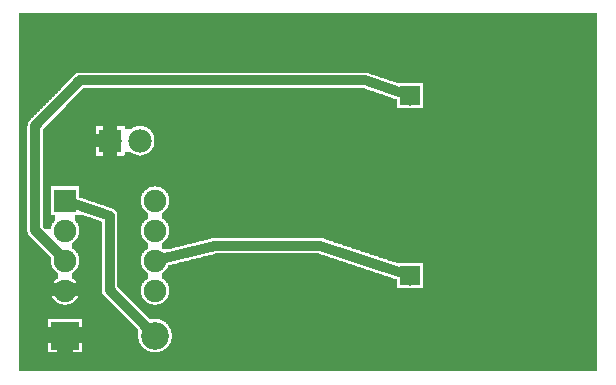
<source format=gbl>
G04 MADE WITH FRITZING*
G04 WWW.FRITZING.ORG*
G04 DOUBLE SIDED*
G04 HOLES PLATED*
G04 CONTOUR ON CENTER OF CONTOUR VECTOR*
%ASAXBY*%
%FSLAX23Y23*%
%MOIN*%
%OFA0B0*%
%SFA1.0B1.0*%
%ADD10C,0.075000*%
%ADD11C,0.092000*%
%ADD12C,0.078000*%
%ADD13C,0.065000*%
%ADD14R,0.075000X0.075000*%
%ADD15R,0.092000X0.092000*%
%ADD16R,0.078000X0.078000*%
%ADD17C,0.032000*%
%ADD18R,0.001000X0.001000*%
%LNCOPPER0*%
G90*
G70*
G54D10*
X123Y1158D03*
X192Y608D03*
X492Y608D03*
X192Y508D03*
X492Y508D03*
X192Y408D03*
X492Y408D03*
X192Y308D03*
X492Y308D03*
G54D11*
X192Y158D03*
X492Y158D03*
G54D12*
X342Y808D03*
X442Y808D03*
G54D13*
X1342Y358D03*
X1342Y958D03*
G54D14*
X192Y608D03*
G54D15*
X192Y158D03*
G54D16*
X342Y808D03*
G54D17*
X693Y458D02*
X1042Y458D01*
D02*
X1042Y458D02*
X1305Y371D01*
D02*
X525Y416D02*
X693Y458D01*
D02*
X341Y557D02*
X341Y309D01*
D02*
X224Y597D02*
X341Y557D01*
D02*
X341Y309D02*
X462Y188D01*
D02*
X1193Y1009D02*
X1305Y971D01*
D02*
X242Y1009D02*
X1193Y1009D01*
D02*
X93Y857D02*
X242Y1009D01*
D02*
X92Y858D02*
X93Y857D01*
D02*
X92Y509D02*
X92Y858D01*
D02*
X168Y432D02*
X92Y509D01*
G36*
X40Y1232D02*
X40Y1034D01*
X1200Y1034D01*
X1200Y1032D01*
X1206Y1032D01*
X1206Y1030D01*
X1212Y1030D01*
X1212Y1028D01*
X1218Y1028D01*
X1218Y1026D01*
X1224Y1026D01*
X1224Y1024D01*
X1230Y1024D01*
X1230Y1022D01*
X1236Y1022D01*
X1236Y1020D01*
X1242Y1020D01*
X1242Y1018D01*
X1248Y1018D01*
X1248Y1016D01*
X1254Y1016D01*
X1254Y1014D01*
X1260Y1014D01*
X1260Y1012D01*
X1266Y1012D01*
X1266Y1010D01*
X1272Y1010D01*
X1272Y1008D01*
X1278Y1008D01*
X1278Y1006D01*
X1284Y1006D01*
X1284Y1004D01*
X1290Y1004D01*
X1290Y1002D01*
X1296Y1002D01*
X1296Y1000D01*
X1384Y1000D01*
X1384Y916D01*
X1964Y916D01*
X1964Y1232D01*
X40Y1232D01*
G37*
D02*
G36*
X40Y1034D02*
X40Y260D01*
X184Y260D01*
X184Y262D01*
X176Y262D01*
X176Y264D01*
X172Y264D01*
X172Y266D01*
X168Y266D01*
X168Y268D01*
X164Y268D01*
X164Y270D01*
X162Y270D01*
X162Y272D01*
X160Y272D01*
X160Y274D01*
X158Y274D01*
X158Y276D01*
X156Y276D01*
X156Y278D01*
X154Y278D01*
X154Y280D01*
X152Y280D01*
X152Y284D01*
X150Y284D01*
X150Y288D01*
X148Y288D01*
X148Y294D01*
X146Y294D01*
X146Y302D01*
X144Y302D01*
X144Y314D01*
X146Y314D01*
X146Y322D01*
X148Y322D01*
X148Y328D01*
X150Y328D01*
X150Y332D01*
X152Y332D01*
X152Y334D01*
X154Y334D01*
X154Y338D01*
X156Y338D01*
X156Y340D01*
X158Y340D01*
X158Y342D01*
X160Y342D01*
X160Y344D01*
X162Y344D01*
X162Y346D01*
X166Y346D01*
X166Y348D01*
X168Y348D01*
X168Y368D01*
X164Y368D01*
X164Y370D01*
X162Y370D01*
X162Y372D01*
X160Y372D01*
X160Y374D01*
X158Y374D01*
X158Y376D01*
X156Y376D01*
X156Y378D01*
X154Y378D01*
X154Y380D01*
X152Y380D01*
X152Y384D01*
X150Y384D01*
X150Y388D01*
X148Y388D01*
X148Y394D01*
X146Y394D01*
X146Y402D01*
X144Y402D01*
X144Y420D01*
X142Y420D01*
X142Y422D01*
X140Y422D01*
X140Y424D01*
X138Y424D01*
X138Y426D01*
X136Y426D01*
X136Y428D01*
X134Y428D01*
X134Y430D01*
X132Y430D01*
X132Y432D01*
X130Y432D01*
X130Y434D01*
X128Y434D01*
X128Y436D01*
X126Y436D01*
X126Y438D01*
X124Y438D01*
X124Y440D01*
X122Y440D01*
X122Y442D01*
X120Y442D01*
X120Y444D01*
X118Y444D01*
X118Y446D01*
X116Y446D01*
X116Y448D01*
X114Y448D01*
X114Y450D01*
X112Y450D01*
X112Y452D01*
X110Y452D01*
X110Y454D01*
X108Y454D01*
X108Y456D01*
X106Y456D01*
X106Y458D01*
X104Y458D01*
X104Y460D01*
X102Y460D01*
X102Y462D01*
X100Y462D01*
X100Y464D01*
X98Y464D01*
X98Y466D01*
X96Y466D01*
X96Y468D01*
X94Y468D01*
X94Y470D01*
X92Y470D01*
X92Y472D01*
X90Y472D01*
X90Y474D01*
X88Y474D01*
X88Y476D01*
X86Y476D01*
X86Y478D01*
X84Y478D01*
X84Y480D01*
X82Y480D01*
X82Y482D01*
X80Y482D01*
X80Y484D01*
X78Y484D01*
X78Y486D01*
X76Y486D01*
X76Y488D01*
X74Y488D01*
X74Y490D01*
X72Y490D01*
X72Y494D01*
X70Y494D01*
X70Y496D01*
X68Y496D01*
X68Y502D01*
X66Y502D01*
X66Y856D01*
X68Y856D01*
X68Y866D01*
X70Y866D01*
X70Y870D01*
X72Y870D01*
X72Y872D01*
X74Y872D01*
X74Y874D01*
X76Y874D01*
X76Y876D01*
X78Y876D01*
X78Y878D01*
X80Y878D01*
X80Y882D01*
X82Y882D01*
X82Y884D01*
X84Y884D01*
X84Y886D01*
X86Y886D01*
X86Y888D01*
X88Y888D01*
X88Y890D01*
X90Y890D01*
X90Y892D01*
X92Y892D01*
X92Y894D01*
X94Y894D01*
X94Y896D01*
X96Y896D01*
X96Y898D01*
X98Y898D01*
X98Y900D01*
X100Y900D01*
X100Y902D01*
X102Y902D01*
X102Y904D01*
X104Y904D01*
X104Y906D01*
X106Y906D01*
X106Y908D01*
X108Y908D01*
X108Y910D01*
X110Y910D01*
X110Y912D01*
X112Y912D01*
X112Y914D01*
X114Y914D01*
X114Y916D01*
X116Y916D01*
X116Y918D01*
X118Y918D01*
X118Y920D01*
X120Y920D01*
X120Y922D01*
X122Y922D01*
X122Y924D01*
X124Y924D01*
X124Y926D01*
X126Y926D01*
X126Y928D01*
X128Y928D01*
X128Y930D01*
X130Y930D01*
X130Y932D01*
X132Y932D01*
X132Y934D01*
X134Y934D01*
X134Y936D01*
X136Y936D01*
X136Y938D01*
X138Y938D01*
X138Y940D01*
X140Y940D01*
X140Y942D01*
X142Y942D01*
X142Y944D01*
X144Y944D01*
X144Y946D01*
X146Y946D01*
X146Y948D01*
X148Y948D01*
X148Y950D01*
X150Y950D01*
X150Y952D01*
X152Y952D01*
X152Y954D01*
X154Y954D01*
X154Y956D01*
X156Y956D01*
X156Y958D01*
X158Y958D01*
X158Y960D01*
X160Y960D01*
X160Y962D01*
X162Y962D01*
X162Y964D01*
X164Y964D01*
X164Y966D01*
X166Y966D01*
X166Y968D01*
X168Y968D01*
X168Y970D01*
X170Y970D01*
X170Y972D01*
X172Y972D01*
X172Y974D01*
X174Y974D01*
X174Y976D01*
X176Y976D01*
X176Y978D01*
X178Y978D01*
X178Y980D01*
X180Y980D01*
X180Y984D01*
X182Y984D01*
X182Y986D01*
X184Y986D01*
X184Y988D01*
X186Y988D01*
X186Y990D01*
X188Y990D01*
X188Y992D01*
X190Y992D01*
X190Y994D01*
X192Y994D01*
X192Y996D01*
X194Y996D01*
X194Y998D01*
X196Y998D01*
X196Y1000D01*
X198Y1000D01*
X198Y1002D01*
X200Y1002D01*
X200Y1004D01*
X202Y1004D01*
X202Y1006D01*
X204Y1006D01*
X204Y1008D01*
X206Y1008D01*
X206Y1010D01*
X208Y1010D01*
X208Y1012D01*
X210Y1012D01*
X210Y1014D01*
X212Y1014D01*
X212Y1016D01*
X214Y1016D01*
X214Y1018D01*
X216Y1018D01*
X216Y1020D01*
X218Y1020D01*
X218Y1022D01*
X220Y1022D01*
X220Y1024D01*
X222Y1024D01*
X222Y1026D01*
X224Y1026D01*
X224Y1028D01*
X226Y1028D01*
X226Y1030D01*
X230Y1030D01*
X230Y1032D01*
X234Y1032D01*
X234Y1034D01*
X40Y1034D01*
G37*
D02*
G36*
X252Y982D02*
X252Y980D01*
X250Y980D01*
X250Y978D01*
X248Y978D01*
X248Y976D01*
X246Y976D01*
X246Y974D01*
X244Y974D01*
X244Y972D01*
X242Y972D01*
X242Y970D01*
X240Y970D01*
X240Y968D01*
X238Y968D01*
X238Y966D01*
X236Y966D01*
X236Y964D01*
X234Y964D01*
X234Y962D01*
X232Y962D01*
X232Y960D01*
X230Y960D01*
X230Y958D01*
X228Y958D01*
X228Y956D01*
X226Y956D01*
X226Y954D01*
X224Y954D01*
X224Y952D01*
X222Y952D01*
X222Y950D01*
X220Y950D01*
X220Y948D01*
X218Y948D01*
X218Y946D01*
X216Y946D01*
X216Y944D01*
X214Y944D01*
X214Y942D01*
X212Y942D01*
X212Y940D01*
X210Y940D01*
X210Y938D01*
X208Y938D01*
X208Y936D01*
X206Y936D01*
X206Y934D01*
X204Y934D01*
X204Y932D01*
X202Y932D01*
X202Y930D01*
X200Y930D01*
X200Y928D01*
X198Y928D01*
X198Y926D01*
X196Y926D01*
X196Y924D01*
X194Y924D01*
X194Y920D01*
X192Y920D01*
X192Y918D01*
X190Y918D01*
X190Y916D01*
X1300Y916D01*
X1300Y946D01*
X1292Y946D01*
X1292Y948D01*
X1286Y948D01*
X1286Y950D01*
X1280Y950D01*
X1280Y952D01*
X1274Y952D01*
X1274Y954D01*
X1268Y954D01*
X1268Y956D01*
X1264Y956D01*
X1264Y958D01*
X1258Y958D01*
X1258Y960D01*
X1252Y960D01*
X1252Y962D01*
X1246Y962D01*
X1246Y964D01*
X1240Y964D01*
X1240Y966D01*
X1234Y966D01*
X1234Y968D01*
X1228Y968D01*
X1228Y970D01*
X1222Y970D01*
X1222Y972D01*
X1216Y972D01*
X1216Y974D01*
X1210Y974D01*
X1210Y976D01*
X1204Y976D01*
X1204Y978D01*
X1198Y978D01*
X1198Y980D01*
X1192Y980D01*
X1192Y982D01*
X252Y982D01*
G37*
D02*
G36*
X188Y916D02*
X188Y914D01*
X1964Y914D01*
X1964Y916D01*
X188Y916D01*
G37*
D02*
G36*
X188Y916D02*
X188Y914D01*
X1964Y914D01*
X1964Y916D01*
X188Y916D01*
G37*
D02*
G36*
X186Y914D02*
X186Y912D01*
X184Y912D01*
X184Y910D01*
X182Y910D01*
X182Y908D01*
X180Y908D01*
X180Y906D01*
X178Y906D01*
X178Y904D01*
X176Y904D01*
X176Y902D01*
X174Y902D01*
X174Y900D01*
X172Y900D01*
X172Y898D01*
X170Y898D01*
X170Y896D01*
X168Y896D01*
X168Y894D01*
X166Y894D01*
X166Y892D01*
X164Y892D01*
X164Y890D01*
X162Y890D01*
X162Y888D01*
X160Y888D01*
X160Y886D01*
X158Y886D01*
X158Y884D01*
X156Y884D01*
X156Y882D01*
X154Y882D01*
X154Y880D01*
X152Y880D01*
X152Y878D01*
X150Y878D01*
X150Y876D01*
X148Y876D01*
X148Y874D01*
X146Y874D01*
X146Y872D01*
X144Y872D01*
X144Y870D01*
X142Y870D01*
X142Y868D01*
X140Y868D01*
X140Y866D01*
X138Y866D01*
X138Y864D01*
X136Y864D01*
X136Y862D01*
X134Y862D01*
X134Y860D01*
X132Y860D01*
X132Y858D01*
X130Y858D01*
X130Y856D01*
X454Y856D01*
X454Y854D01*
X460Y854D01*
X460Y852D01*
X464Y852D01*
X464Y850D01*
X468Y850D01*
X468Y848D01*
X472Y848D01*
X472Y846D01*
X474Y846D01*
X474Y844D01*
X476Y844D01*
X476Y842D01*
X478Y842D01*
X478Y840D01*
X480Y840D01*
X480Y838D01*
X482Y838D01*
X482Y834D01*
X484Y834D01*
X484Y830D01*
X486Y830D01*
X486Y828D01*
X488Y828D01*
X488Y820D01*
X490Y820D01*
X490Y808D01*
X492Y808D01*
X492Y806D01*
X490Y806D01*
X490Y794D01*
X488Y794D01*
X488Y788D01*
X486Y788D01*
X486Y784D01*
X484Y784D01*
X484Y782D01*
X482Y782D01*
X482Y778D01*
X480Y778D01*
X480Y776D01*
X478Y776D01*
X478Y774D01*
X476Y774D01*
X476Y772D01*
X474Y772D01*
X474Y770D01*
X472Y770D01*
X472Y768D01*
X470Y768D01*
X470Y766D01*
X466Y766D01*
X466Y764D01*
X462Y764D01*
X462Y762D01*
X456Y762D01*
X456Y760D01*
X446Y760D01*
X446Y758D01*
X1964Y758D01*
X1964Y914D01*
X186Y914D01*
G37*
D02*
G36*
X128Y856D02*
X128Y854D01*
X126Y854D01*
X126Y852D01*
X124Y852D01*
X124Y850D01*
X122Y850D01*
X122Y848D01*
X120Y848D01*
X120Y846D01*
X118Y846D01*
X118Y758D01*
X294Y758D01*
X294Y856D01*
X128Y856D01*
G37*
D02*
G36*
X392Y856D02*
X392Y846D01*
X414Y846D01*
X414Y848D01*
X416Y848D01*
X416Y850D01*
X420Y850D01*
X420Y852D01*
X424Y852D01*
X424Y854D01*
X430Y854D01*
X430Y856D01*
X392Y856D01*
G37*
D02*
G36*
X392Y770D02*
X392Y760D01*
X390Y760D01*
X390Y758D01*
X438Y758D01*
X438Y760D01*
X428Y760D01*
X428Y762D01*
X422Y762D01*
X422Y764D01*
X418Y764D01*
X418Y766D01*
X416Y766D01*
X416Y768D01*
X412Y768D01*
X412Y770D01*
X392Y770D01*
G37*
D02*
G36*
X118Y758D02*
X118Y756D01*
X1964Y756D01*
X1964Y758D01*
X118Y758D01*
G37*
D02*
G36*
X118Y758D02*
X118Y756D01*
X1964Y756D01*
X1964Y758D01*
X118Y758D01*
G37*
D02*
G36*
X118Y758D02*
X118Y756D01*
X1964Y756D01*
X1964Y758D01*
X118Y758D01*
G37*
D02*
G36*
X118Y756D02*
X118Y656D01*
X496Y656D01*
X496Y654D01*
X506Y654D01*
X506Y652D01*
X512Y652D01*
X512Y650D01*
X516Y650D01*
X516Y648D01*
X518Y648D01*
X518Y646D01*
X522Y646D01*
X522Y644D01*
X524Y644D01*
X524Y642D01*
X526Y642D01*
X526Y640D01*
X528Y640D01*
X528Y638D01*
X530Y638D01*
X530Y634D01*
X532Y634D01*
X532Y632D01*
X534Y632D01*
X534Y628D01*
X536Y628D01*
X536Y622D01*
X538Y622D01*
X538Y614D01*
X540Y614D01*
X540Y602D01*
X538Y602D01*
X538Y594D01*
X536Y594D01*
X536Y588D01*
X534Y588D01*
X534Y584D01*
X532Y584D01*
X532Y580D01*
X530Y580D01*
X530Y578D01*
X528Y578D01*
X528Y576D01*
X526Y576D01*
X526Y574D01*
X524Y574D01*
X524Y572D01*
X522Y572D01*
X522Y570D01*
X520Y570D01*
X520Y568D01*
X516Y568D01*
X516Y548D01*
X518Y548D01*
X518Y546D01*
X522Y546D01*
X522Y544D01*
X524Y544D01*
X524Y542D01*
X526Y542D01*
X526Y540D01*
X528Y540D01*
X528Y538D01*
X530Y538D01*
X530Y534D01*
X532Y534D01*
X532Y532D01*
X534Y532D01*
X534Y528D01*
X536Y528D01*
X536Y522D01*
X538Y522D01*
X538Y514D01*
X540Y514D01*
X540Y502D01*
X538Y502D01*
X538Y494D01*
X536Y494D01*
X536Y488D01*
X534Y488D01*
X534Y484D01*
X1048Y484D01*
X1048Y482D01*
X1056Y482D01*
X1056Y480D01*
X1062Y480D01*
X1062Y478D01*
X1068Y478D01*
X1068Y476D01*
X1072Y476D01*
X1072Y474D01*
X1078Y474D01*
X1078Y472D01*
X1084Y472D01*
X1084Y470D01*
X1090Y470D01*
X1090Y468D01*
X1096Y468D01*
X1096Y466D01*
X1102Y466D01*
X1102Y464D01*
X1108Y464D01*
X1108Y462D01*
X1114Y462D01*
X1114Y460D01*
X1120Y460D01*
X1120Y458D01*
X1126Y458D01*
X1126Y456D01*
X1132Y456D01*
X1132Y454D01*
X1138Y454D01*
X1138Y452D01*
X1144Y452D01*
X1144Y450D01*
X1150Y450D01*
X1150Y448D01*
X1156Y448D01*
X1156Y446D01*
X1162Y446D01*
X1162Y444D01*
X1168Y444D01*
X1168Y442D01*
X1174Y442D01*
X1174Y440D01*
X1180Y440D01*
X1180Y438D01*
X1186Y438D01*
X1186Y436D01*
X1192Y436D01*
X1192Y434D01*
X1198Y434D01*
X1198Y432D01*
X1204Y432D01*
X1204Y430D01*
X1210Y430D01*
X1210Y428D01*
X1216Y428D01*
X1216Y426D01*
X1222Y426D01*
X1222Y424D01*
X1228Y424D01*
X1228Y422D01*
X1234Y422D01*
X1234Y420D01*
X1240Y420D01*
X1240Y418D01*
X1246Y418D01*
X1246Y416D01*
X1252Y416D01*
X1252Y414D01*
X1258Y414D01*
X1258Y412D01*
X1264Y412D01*
X1264Y410D01*
X1270Y410D01*
X1270Y408D01*
X1276Y408D01*
X1276Y406D01*
X1282Y406D01*
X1282Y404D01*
X1288Y404D01*
X1288Y402D01*
X1294Y402D01*
X1294Y400D01*
X1384Y400D01*
X1384Y316D01*
X1964Y316D01*
X1964Y756D01*
X118Y756D01*
G37*
D02*
G36*
X118Y656D02*
X118Y518D01*
X120Y518D01*
X120Y516D01*
X122Y516D01*
X122Y514D01*
X124Y514D01*
X124Y512D01*
X144Y512D01*
X144Y514D01*
X146Y514D01*
X146Y522D01*
X148Y522D01*
X148Y528D01*
X150Y528D01*
X150Y532D01*
X152Y532D01*
X152Y534D01*
X154Y534D01*
X154Y538D01*
X156Y538D01*
X156Y540D01*
X158Y540D01*
X158Y560D01*
X144Y560D01*
X144Y654D01*
X146Y654D01*
X146Y656D01*
X118Y656D01*
G37*
D02*
G36*
X238Y656D02*
X238Y654D01*
X240Y654D01*
X240Y618D01*
X246Y618D01*
X246Y616D01*
X252Y616D01*
X252Y614D01*
X258Y614D01*
X258Y612D01*
X262Y612D01*
X262Y610D01*
X268Y610D01*
X268Y608D01*
X274Y608D01*
X274Y606D01*
X280Y606D01*
X280Y604D01*
X286Y604D01*
X286Y602D01*
X292Y602D01*
X292Y600D01*
X298Y600D01*
X298Y598D01*
X304Y598D01*
X304Y596D01*
X310Y596D01*
X310Y594D01*
X316Y594D01*
X316Y592D01*
X322Y592D01*
X322Y590D01*
X328Y590D01*
X328Y588D01*
X334Y588D01*
X334Y586D01*
X338Y586D01*
X338Y584D01*
X344Y584D01*
X344Y582D01*
X350Y582D01*
X350Y580D01*
X354Y580D01*
X354Y578D01*
X358Y578D01*
X358Y576D01*
X360Y576D01*
X360Y574D01*
X362Y574D01*
X362Y570D01*
X364Y570D01*
X364Y566D01*
X366Y566D01*
X366Y320D01*
X368Y320D01*
X368Y318D01*
X370Y318D01*
X370Y316D01*
X372Y316D01*
X372Y314D01*
X374Y314D01*
X374Y312D01*
X376Y312D01*
X376Y310D01*
X378Y310D01*
X378Y308D01*
X380Y308D01*
X380Y306D01*
X382Y306D01*
X382Y304D01*
X384Y304D01*
X384Y302D01*
X386Y302D01*
X386Y300D01*
X388Y300D01*
X388Y298D01*
X390Y298D01*
X390Y296D01*
X392Y296D01*
X392Y294D01*
X394Y294D01*
X394Y292D01*
X396Y292D01*
X396Y290D01*
X398Y290D01*
X398Y288D01*
X400Y288D01*
X400Y286D01*
X402Y286D01*
X402Y284D01*
X404Y284D01*
X404Y282D01*
X406Y282D01*
X406Y280D01*
X408Y280D01*
X408Y278D01*
X410Y278D01*
X410Y276D01*
X412Y276D01*
X412Y274D01*
X414Y274D01*
X414Y272D01*
X416Y272D01*
X416Y270D01*
X418Y270D01*
X418Y268D01*
X420Y268D01*
X420Y266D01*
X422Y266D01*
X422Y264D01*
X424Y264D01*
X424Y262D01*
X426Y262D01*
X426Y260D01*
X484Y260D01*
X484Y262D01*
X476Y262D01*
X476Y264D01*
X472Y264D01*
X472Y266D01*
X468Y266D01*
X468Y268D01*
X464Y268D01*
X464Y270D01*
X462Y270D01*
X462Y272D01*
X460Y272D01*
X460Y274D01*
X458Y274D01*
X458Y276D01*
X456Y276D01*
X456Y278D01*
X454Y278D01*
X454Y280D01*
X452Y280D01*
X452Y284D01*
X450Y284D01*
X450Y288D01*
X448Y288D01*
X448Y294D01*
X446Y294D01*
X446Y302D01*
X444Y302D01*
X444Y314D01*
X446Y314D01*
X446Y322D01*
X448Y322D01*
X448Y328D01*
X450Y328D01*
X450Y332D01*
X452Y332D01*
X452Y334D01*
X454Y334D01*
X454Y338D01*
X456Y338D01*
X456Y340D01*
X458Y340D01*
X458Y342D01*
X460Y342D01*
X460Y344D01*
X464Y344D01*
X464Y346D01*
X466Y346D01*
X466Y348D01*
X468Y348D01*
X468Y368D01*
X464Y368D01*
X464Y370D01*
X462Y370D01*
X462Y372D01*
X460Y372D01*
X460Y374D01*
X458Y374D01*
X458Y376D01*
X456Y376D01*
X456Y378D01*
X454Y378D01*
X454Y380D01*
X452Y380D01*
X452Y384D01*
X450Y384D01*
X450Y388D01*
X448Y388D01*
X448Y394D01*
X446Y394D01*
X446Y402D01*
X444Y402D01*
X444Y414D01*
X446Y414D01*
X446Y422D01*
X448Y422D01*
X448Y428D01*
X450Y428D01*
X450Y432D01*
X452Y432D01*
X452Y434D01*
X454Y434D01*
X454Y438D01*
X456Y438D01*
X456Y440D01*
X458Y440D01*
X458Y442D01*
X460Y442D01*
X460Y444D01*
X464Y444D01*
X464Y446D01*
X466Y446D01*
X466Y448D01*
X468Y448D01*
X468Y468D01*
X464Y468D01*
X464Y470D01*
X462Y470D01*
X462Y472D01*
X460Y472D01*
X460Y474D01*
X458Y474D01*
X458Y476D01*
X456Y476D01*
X456Y478D01*
X454Y478D01*
X454Y480D01*
X452Y480D01*
X452Y484D01*
X450Y484D01*
X450Y488D01*
X448Y488D01*
X448Y494D01*
X446Y494D01*
X446Y502D01*
X444Y502D01*
X444Y514D01*
X446Y514D01*
X446Y522D01*
X448Y522D01*
X448Y528D01*
X450Y528D01*
X450Y532D01*
X452Y532D01*
X452Y534D01*
X454Y534D01*
X454Y538D01*
X456Y538D01*
X456Y540D01*
X458Y540D01*
X458Y542D01*
X460Y542D01*
X460Y544D01*
X464Y544D01*
X464Y546D01*
X466Y546D01*
X466Y548D01*
X468Y548D01*
X468Y568D01*
X464Y568D01*
X464Y570D01*
X462Y570D01*
X462Y572D01*
X460Y572D01*
X460Y574D01*
X458Y574D01*
X458Y576D01*
X456Y576D01*
X456Y578D01*
X454Y578D01*
X454Y580D01*
X452Y580D01*
X452Y584D01*
X450Y584D01*
X450Y588D01*
X448Y588D01*
X448Y594D01*
X446Y594D01*
X446Y602D01*
X444Y602D01*
X444Y614D01*
X446Y614D01*
X446Y622D01*
X448Y622D01*
X448Y628D01*
X450Y628D01*
X450Y632D01*
X452Y632D01*
X452Y634D01*
X454Y634D01*
X454Y638D01*
X456Y638D01*
X456Y640D01*
X458Y640D01*
X458Y642D01*
X460Y642D01*
X460Y644D01*
X464Y644D01*
X464Y646D01*
X466Y646D01*
X466Y648D01*
X470Y648D01*
X470Y650D01*
X472Y650D01*
X472Y652D01*
X478Y652D01*
X478Y654D01*
X488Y654D01*
X488Y656D01*
X238Y656D01*
G37*
D02*
G36*
X226Y560D02*
X226Y540D01*
X228Y540D01*
X228Y538D01*
X230Y538D01*
X230Y534D01*
X232Y534D01*
X232Y532D01*
X234Y532D01*
X234Y528D01*
X236Y528D01*
X236Y522D01*
X238Y522D01*
X238Y514D01*
X240Y514D01*
X240Y502D01*
X238Y502D01*
X238Y494D01*
X236Y494D01*
X236Y488D01*
X234Y488D01*
X234Y484D01*
X232Y484D01*
X232Y480D01*
X230Y480D01*
X230Y478D01*
X228Y478D01*
X228Y476D01*
X226Y476D01*
X226Y474D01*
X224Y474D01*
X224Y472D01*
X222Y472D01*
X222Y470D01*
X220Y470D01*
X220Y468D01*
X216Y468D01*
X216Y448D01*
X218Y448D01*
X218Y446D01*
X222Y446D01*
X222Y444D01*
X224Y444D01*
X224Y442D01*
X226Y442D01*
X226Y440D01*
X228Y440D01*
X228Y438D01*
X230Y438D01*
X230Y434D01*
X232Y434D01*
X232Y432D01*
X234Y432D01*
X234Y428D01*
X236Y428D01*
X236Y422D01*
X238Y422D01*
X238Y414D01*
X240Y414D01*
X240Y402D01*
X238Y402D01*
X238Y394D01*
X236Y394D01*
X236Y388D01*
X234Y388D01*
X234Y384D01*
X232Y384D01*
X232Y380D01*
X230Y380D01*
X230Y378D01*
X228Y378D01*
X228Y376D01*
X226Y376D01*
X226Y374D01*
X224Y374D01*
X224Y372D01*
X222Y372D01*
X222Y370D01*
X220Y370D01*
X220Y368D01*
X216Y368D01*
X216Y348D01*
X218Y348D01*
X218Y346D01*
X222Y346D01*
X222Y344D01*
X224Y344D01*
X224Y342D01*
X226Y342D01*
X226Y340D01*
X228Y340D01*
X228Y338D01*
X230Y338D01*
X230Y334D01*
X232Y334D01*
X232Y332D01*
X234Y332D01*
X234Y328D01*
X236Y328D01*
X236Y322D01*
X238Y322D01*
X238Y314D01*
X240Y314D01*
X240Y302D01*
X238Y302D01*
X238Y294D01*
X236Y294D01*
X236Y288D01*
X234Y288D01*
X234Y284D01*
X232Y284D01*
X232Y280D01*
X230Y280D01*
X230Y278D01*
X228Y278D01*
X228Y276D01*
X226Y276D01*
X226Y274D01*
X224Y274D01*
X224Y272D01*
X222Y272D01*
X222Y270D01*
X220Y270D01*
X220Y268D01*
X216Y268D01*
X216Y266D01*
X212Y266D01*
X212Y264D01*
X208Y264D01*
X208Y262D01*
X200Y262D01*
X200Y260D01*
X352Y260D01*
X352Y262D01*
X350Y262D01*
X350Y264D01*
X348Y264D01*
X348Y266D01*
X346Y266D01*
X346Y268D01*
X344Y268D01*
X344Y270D01*
X342Y270D01*
X342Y272D01*
X340Y272D01*
X340Y274D01*
X338Y274D01*
X338Y276D01*
X336Y276D01*
X336Y278D01*
X334Y278D01*
X334Y280D01*
X332Y280D01*
X332Y282D01*
X330Y282D01*
X330Y284D01*
X328Y284D01*
X328Y286D01*
X326Y286D01*
X326Y288D01*
X324Y288D01*
X324Y290D01*
X322Y290D01*
X322Y292D01*
X320Y292D01*
X320Y296D01*
X318Y296D01*
X318Y298D01*
X316Y298D01*
X316Y308D01*
X314Y308D01*
X314Y538D01*
X312Y538D01*
X312Y540D01*
X306Y540D01*
X306Y542D01*
X302Y542D01*
X302Y544D01*
X296Y544D01*
X296Y546D01*
X290Y546D01*
X290Y548D01*
X284Y548D01*
X284Y550D01*
X278Y550D01*
X278Y552D01*
X272Y552D01*
X272Y554D01*
X266Y554D01*
X266Y556D01*
X260Y556D01*
X260Y558D01*
X254Y558D01*
X254Y560D01*
X226Y560D01*
G37*
D02*
G36*
X532Y484D02*
X532Y480D01*
X530Y480D01*
X530Y478D01*
X528Y478D01*
X528Y476D01*
X526Y476D01*
X526Y474D01*
X524Y474D01*
X524Y472D01*
X522Y472D01*
X522Y470D01*
X520Y470D01*
X520Y468D01*
X516Y468D01*
X516Y448D01*
X518Y448D01*
X518Y446D01*
X542Y446D01*
X542Y448D01*
X550Y448D01*
X550Y450D01*
X558Y450D01*
X558Y452D01*
X566Y452D01*
X566Y454D01*
X574Y454D01*
X574Y456D01*
X582Y456D01*
X582Y458D01*
X590Y458D01*
X590Y460D01*
X598Y460D01*
X598Y462D01*
X606Y462D01*
X606Y464D01*
X614Y464D01*
X614Y466D01*
X622Y466D01*
X622Y468D01*
X630Y468D01*
X630Y470D01*
X638Y470D01*
X638Y472D01*
X646Y472D01*
X646Y474D01*
X654Y474D01*
X654Y476D01*
X662Y476D01*
X662Y478D01*
X670Y478D01*
X670Y480D01*
X678Y480D01*
X678Y482D01*
X686Y482D01*
X686Y484D01*
X532Y484D01*
G37*
D02*
G36*
X692Y432D02*
X692Y430D01*
X684Y430D01*
X684Y428D01*
X676Y428D01*
X676Y426D01*
X668Y426D01*
X668Y424D01*
X660Y424D01*
X660Y422D01*
X652Y422D01*
X652Y420D01*
X644Y420D01*
X644Y418D01*
X636Y418D01*
X636Y416D01*
X628Y416D01*
X628Y414D01*
X620Y414D01*
X620Y412D01*
X612Y412D01*
X612Y410D01*
X604Y410D01*
X604Y408D01*
X596Y408D01*
X596Y406D01*
X588Y406D01*
X588Y404D01*
X580Y404D01*
X580Y402D01*
X572Y402D01*
X572Y400D01*
X564Y400D01*
X564Y398D01*
X556Y398D01*
X556Y396D01*
X548Y396D01*
X548Y394D01*
X540Y394D01*
X540Y392D01*
X536Y392D01*
X536Y388D01*
X534Y388D01*
X534Y384D01*
X532Y384D01*
X532Y380D01*
X530Y380D01*
X530Y378D01*
X528Y378D01*
X528Y376D01*
X526Y376D01*
X526Y374D01*
X524Y374D01*
X524Y372D01*
X522Y372D01*
X522Y370D01*
X520Y370D01*
X520Y368D01*
X516Y368D01*
X516Y348D01*
X518Y348D01*
X518Y346D01*
X522Y346D01*
X522Y344D01*
X524Y344D01*
X524Y342D01*
X526Y342D01*
X526Y340D01*
X528Y340D01*
X528Y338D01*
X530Y338D01*
X530Y334D01*
X532Y334D01*
X532Y332D01*
X534Y332D01*
X534Y328D01*
X536Y328D01*
X536Y322D01*
X538Y322D01*
X538Y316D01*
X1300Y316D01*
X1300Y344D01*
X1298Y344D01*
X1298Y346D01*
X1292Y346D01*
X1292Y348D01*
X1286Y348D01*
X1286Y350D01*
X1280Y350D01*
X1280Y352D01*
X1274Y352D01*
X1274Y354D01*
X1268Y354D01*
X1268Y356D01*
X1262Y356D01*
X1262Y358D01*
X1256Y358D01*
X1256Y360D01*
X1250Y360D01*
X1250Y362D01*
X1244Y362D01*
X1244Y364D01*
X1238Y364D01*
X1238Y366D01*
X1232Y366D01*
X1232Y368D01*
X1226Y368D01*
X1226Y370D01*
X1220Y370D01*
X1220Y372D01*
X1214Y372D01*
X1214Y374D01*
X1208Y374D01*
X1208Y376D01*
X1202Y376D01*
X1202Y378D01*
X1196Y378D01*
X1196Y380D01*
X1190Y380D01*
X1190Y382D01*
X1184Y382D01*
X1184Y384D01*
X1178Y384D01*
X1178Y386D01*
X1172Y386D01*
X1172Y388D01*
X1166Y388D01*
X1166Y390D01*
X1160Y390D01*
X1160Y392D01*
X1154Y392D01*
X1154Y394D01*
X1148Y394D01*
X1148Y396D01*
X1142Y396D01*
X1142Y398D01*
X1136Y398D01*
X1136Y400D01*
X1130Y400D01*
X1130Y402D01*
X1124Y402D01*
X1124Y404D01*
X1118Y404D01*
X1118Y406D01*
X1112Y406D01*
X1112Y408D01*
X1106Y408D01*
X1106Y410D01*
X1100Y410D01*
X1100Y412D01*
X1094Y412D01*
X1094Y414D01*
X1088Y414D01*
X1088Y416D01*
X1082Y416D01*
X1082Y418D01*
X1076Y418D01*
X1076Y420D01*
X1070Y420D01*
X1070Y422D01*
X1064Y422D01*
X1064Y424D01*
X1058Y424D01*
X1058Y426D01*
X1052Y426D01*
X1052Y428D01*
X1046Y428D01*
X1046Y430D01*
X1040Y430D01*
X1040Y432D01*
X692Y432D01*
G37*
D02*
G36*
X538Y316D02*
X538Y314D01*
X1964Y314D01*
X1964Y316D01*
X538Y316D01*
G37*
D02*
G36*
X538Y316D02*
X538Y314D01*
X1964Y314D01*
X1964Y316D01*
X538Y316D01*
G37*
D02*
G36*
X540Y314D02*
X540Y302D01*
X538Y302D01*
X538Y294D01*
X536Y294D01*
X536Y288D01*
X534Y288D01*
X534Y284D01*
X532Y284D01*
X532Y280D01*
X530Y280D01*
X530Y278D01*
X528Y278D01*
X528Y276D01*
X526Y276D01*
X526Y274D01*
X524Y274D01*
X524Y272D01*
X522Y272D01*
X522Y270D01*
X520Y270D01*
X520Y268D01*
X516Y268D01*
X516Y266D01*
X512Y266D01*
X512Y264D01*
X508Y264D01*
X508Y262D01*
X500Y262D01*
X500Y260D01*
X1964Y260D01*
X1964Y314D01*
X540Y314D01*
G37*
D02*
G36*
X40Y260D02*
X40Y258D01*
X354Y258D01*
X354Y260D01*
X40Y260D01*
G37*
D02*
G36*
X40Y260D02*
X40Y258D01*
X354Y258D01*
X354Y260D01*
X40Y260D01*
G37*
D02*
G36*
X428Y260D02*
X428Y258D01*
X1964Y258D01*
X1964Y260D01*
X428Y260D01*
G37*
D02*
G36*
X428Y260D02*
X428Y258D01*
X1964Y258D01*
X1964Y260D01*
X428Y260D01*
G37*
D02*
G36*
X40Y258D02*
X40Y214D01*
X248Y214D01*
X248Y102D01*
X480Y102D01*
X480Y104D01*
X474Y104D01*
X474Y106D01*
X468Y106D01*
X468Y108D01*
X464Y108D01*
X464Y110D01*
X462Y110D01*
X462Y112D01*
X458Y112D01*
X458Y114D01*
X456Y114D01*
X456Y116D01*
X454Y116D01*
X454Y118D01*
X452Y118D01*
X452Y120D01*
X450Y120D01*
X450Y122D01*
X448Y122D01*
X448Y124D01*
X446Y124D01*
X446Y128D01*
X444Y128D01*
X444Y130D01*
X442Y130D01*
X442Y134D01*
X440Y134D01*
X440Y140D01*
X438Y140D01*
X438Y148D01*
X436Y148D01*
X436Y178D01*
X434Y178D01*
X434Y180D01*
X432Y180D01*
X432Y182D01*
X430Y182D01*
X430Y184D01*
X428Y184D01*
X428Y186D01*
X426Y186D01*
X426Y188D01*
X424Y188D01*
X424Y190D01*
X422Y190D01*
X422Y192D01*
X420Y192D01*
X420Y194D01*
X418Y194D01*
X418Y196D01*
X416Y196D01*
X416Y198D01*
X414Y198D01*
X414Y200D01*
X412Y200D01*
X412Y202D01*
X410Y202D01*
X410Y204D01*
X408Y204D01*
X408Y206D01*
X406Y206D01*
X406Y208D01*
X404Y208D01*
X404Y210D01*
X402Y210D01*
X402Y212D01*
X400Y212D01*
X400Y214D01*
X398Y214D01*
X398Y216D01*
X396Y216D01*
X396Y218D01*
X394Y218D01*
X394Y220D01*
X392Y220D01*
X392Y222D01*
X390Y222D01*
X390Y224D01*
X388Y224D01*
X388Y226D01*
X386Y226D01*
X386Y228D01*
X384Y228D01*
X384Y230D01*
X382Y230D01*
X382Y232D01*
X380Y232D01*
X380Y234D01*
X378Y234D01*
X378Y236D01*
X376Y236D01*
X376Y238D01*
X374Y238D01*
X374Y240D01*
X372Y240D01*
X372Y242D01*
X370Y242D01*
X370Y244D01*
X368Y244D01*
X368Y246D01*
X366Y246D01*
X366Y248D01*
X364Y248D01*
X364Y250D01*
X362Y250D01*
X362Y252D01*
X360Y252D01*
X360Y254D01*
X358Y254D01*
X358Y256D01*
X356Y256D01*
X356Y258D01*
X40Y258D01*
G37*
D02*
G36*
X430Y258D02*
X430Y256D01*
X432Y256D01*
X432Y254D01*
X434Y254D01*
X434Y252D01*
X436Y252D01*
X436Y250D01*
X438Y250D01*
X438Y248D01*
X440Y248D01*
X440Y246D01*
X442Y246D01*
X442Y244D01*
X444Y244D01*
X444Y242D01*
X446Y242D01*
X446Y240D01*
X448Y240D01*
X448Y238D01*
X450Y238D01*
X450Y236D01*
X452Y236D01*
X452Y234D01*
X454Y234D01*
X454Y232D01*
X456Y232D01*
X456Y230D01*
X458Y230D01*
X458Y228D01*
X460Y228D01*
X460Y226D01*
X462Y226D01*
X462Y224D01*
X464Y224D01*
X464Y222D01*
X466Y222D01*
X466Y220D01*
X468Y220D01*
X468Y218D01*
X470Y218D01*
X470Y216D01*
X472Y216D01*
X472Y214D01*
X500Y214D01*
X500Y212D01*
X510Y212D01*
X510Y210D01*
X514Y210D01*
X514Y208D01*
X518Y208D01*
X518Y206D01*
X522Y206D01*
X522Y204D01*
X524Y204D01*
X524Y202D01*
X528Y202D01*
X528Y200D01*
X530Y200D01*
X530Y198D01*
X532Y198D01*
X532Y196D01*
X534Y196D01*
X534Y194D01*
X536Y194D01*
X536Y190D01*
X538Y190D01*
X538Y188D01*
X540Y188D01*
X540Y184D01*
X542Y184D01*
X542Y180D01*
X544Y180D01*
X544Y176D01*
X546Y176D01*
X546Y168D01*
X548Y168D01*
X548Y148D01*
X546Y148D01*
X546Y140D01*
X544Y140D01*
X544Y134D01*
X542Y134D01*
X542Y130D01*
X540Y130D01*
X540Y128D01*
X538Y128D01*
X538Y124D01*
X536Y124D01*
X536Y122D01*
X534Y122D01*
X534Y120D01*
X532Y120D01*
X532Y118D01*
X530Y118D01*
X530Y116D01*
X528Y116D01*
X528Y114D01*
X526Y114D01*
X526Y112D01*
X522Y112D01*
X522Y110D01*
X520Y110D01*
X520Y108D01*
X516Y108D01*
X516Y106D01*
X510Y106D01*
X510Y104D01*
X504Y104D01*
X504Y102D01*
X1964Y102D01*
X1964Y258D01*
X430Y258D01*
G37*
D02*
G36*
X40Y214D02*
X40Y102D01*
X136Y102D01*
X136Y214D01*
X40Y214D01*
G37*
D02*
G36*
X40Y102D02*
X40Y100D01*
X1964Y100D01*
X1964Y102D01*
X40Y102D01*
G37*
D02*
G36*
X40Y102D02*
X40Y100D01*
X1964Y100D01*
X1964Y102D01*
X40Y102D01*
G37*
D02*
G36*
X40Y102D02*
X40Y100D01*
X1964Y100D01*
X1964Y102D01*
X40Y102D01*
G37*
D02*
G36*
X40Y100D02*
X40Y40D01*
X1964Y40D01*
X1964Y100D01*
X40Y100D01*
G37*
D02*
G36*
X140Y332D02*
X174Y332D01*
X174Y289D01*
X140Y289D01*
X140Y332D01*
G37*
D02*
G36*
X208Y332D02*
X240Y332D01*
X240Y289D01*
X208Y289D01*
X208Y332D01*
G37*
D02*
G36*
X166Y136D02*
X217Y136D01*
X217Y102D01*
X166Y102D01*
X166Y136D01*
G37*
D02*
G36*
X132Y186D02*
X166Y186D01*
X166Y135D01*
X132Y135D01*
X132Y186D01*
G37*
D02*
G36*
X216Y186D02*
X248Y186D01*
X248Y135D01*
X216Y135D01*
X216Y186D01*
G37*
D02*
G36*
X319Y860D02*
X364Y860D01*
X364Y828D01*
X319Y828D01*
X319Y860D01*
G37*
D02*
G36*
X319Y790D02*
X364Y790D01*
X364Y758D01*
X319Y758D01*
X319Y790D01*
G37*
D02*
G36*
X290Y831D02*
X322Y831D01*
X322Y786D01*
X290Y786D01*
X290Y831D01*
G37*
D02*
G54D18*
X1309Y990D02*
X1373Y990D01*
X1309Y989D02*
X1373Y989D01*
X1309Y988D02*
X1373Y988D01*
X1309Y987D02*
X1373Y987D01*
X1309Y986D02*
X1373Y986D01*
X1309Y985D02*
X1373Y985D01*
X1309Y984D02*
X1373Y984D01*
X1309Y983D02*
X1373Y983D01*
X1309Y982D02*
X1373Y982D01*
X1309Y981D02*
X1373Y981D01*
X1309Y980D02*
X1335Y980D01*
X1348Y980D02*
X1373Y980D01*
X1309Y979D02*
X1332Y979D01*
X1351Y979D02*
X1373Y979D01*
X1309Y978D02*
X1330Y978D01*
X1353Y978D02*
X1373Y978D01*
X1309Y977D02*
X1328Y977D01*
X1354Y977D02*
X1373Y977D01*
X1309Y976D02*
X1327Y976D01*
X1356Y976D02*
X1373Y976D01*
X1309Y975D02*
X1326Y975D01*
X1357Y975D02*
X1373Y975D01*
X1309Y974D02*
X1325Y974D01*
X1358Y974D02*
X1373Y974D01*
X1309Y973D02*
X1324Y973D01*
X1359Y973D02*
X1373Y973D01*
X1309Y972D02*
X1323Y972D01*
X1360Y972D02*
X1373Y972D01*
X1309Y971D02*
X1322Y971D01*
X1361Y971D02*
X1373Y971D01*
X1309Y970D02*
X1322Y970D01*
X1361Y970D02*
X1373Y970D01*
X1309Y969D02*
X1321Y969D01*
X1362Y969D02*
X1373Y969D01*
X1309Y968D02*
X1321Y968D01*
X1362Y968D02*
X1373Y968D01*
X1309Y967D02*
X1320Y967D01*
X1363Y967D02*
X1373Y967D01*
X1309Y966D02*
X1320Y966D01*
X1363Y966D02*
X1373Y966D01*
X1309Y965D02*
X1320Y965D01*
X1363Y965D02*
X1373Y965D01*
X1309Y964D02*
X1319Y964D01*
X1364Y964D02*
X1373Y964D01*
X1309Y963D02*
X1319Y963D01*
X1364Y963D02*
X1373Y963D01*
X1309Y962D02*
X1319Y962D01*
X1364Y962D02*
X1373Y962D01*
X1309Y961D02*
X1319Y961D01*
X1364Y961D02*
X1373Y961D01*
X1309Y960D02*
X1319Y960D01*
X1364Y960D02*
X1373Y960D01*
X1309Y959D02*
X1318Y959D01*
X1364Y959D02*
X1373Y959D01*
X1309Y958D02*
X1318Y958D01*
X1364Y958D02*
X1373Y958D01*
X1309Y957D02*
X1319Y957D01*
X1364Y957D02*
X1373Y957D01*
X1309Y956D02*
X1319Y956D01*
X1364Y956D02*
X1373Y956D01*
X1309Y955D02*
X1319Y955D01*
X1364Y955D02*
X1373Y955D01*
X1309Y954D02*
X1319Y954D01*
X1364Y954D02*
X1373Y954D01*
X1309Y953D02*
X1319Y953D01*
X1364Y953D02*
X1373Y953D01*
X1309Y952D02*
X1319Y952D01*
X1363Y952D02*
X1373Y952D01*
X1309Y951D02*
X1320Y951D01*
X1363Y951D02*
X1373Y951D01*
X1309Y950D02*
X1320Y950D01*
X1363Y950D02*
X1373Y950D01*
X1309Y949D02*
X1321Y949D01*
X1362Y949D02*
X1373Y949D01*
X1309Y948D02*
X1321Y948D01*
X1362Y948D02*
X1373Y948D01*
X1309Y947D02*
X1322Y947D01*
X1361Y947D02*
X1373Y947D01*
X1309Y946D02*
X1322Y946D01*
X1361Y946D02*
X1373Y946D01*
X1309Y945D02*
X1323Y945D01*
X1360Y945D02*
X1373Y945D01*
X1309Y944D02*
X1324Y944D01*
X1359Y944D02*
X1373Y944D01*
X1309Y943D02*
X1325Y943D01*
X1358Y943D02*
X1373Y943D01*
X1309Y942D02*
X1326Y942D01*
X1357Y942D02*
X1373Y942D01*
X1309Y941D02*
X1327Y941D01*
X1356Y941D02*
X1373Y941D01*
X1309Y940D02*
X1328Y940D01*
X1355Y940D02*
X1373Y940D01*
X1309Y939D02*
X1330Y939D01*
X1353Y939D02*
X1373Y939D01*
X1309Y938D02*
X1332Y938D01*
X1351Y938D02*
X1373Y938D01*
X1309Y937D02*
X1334Y937D01*
X1349Y937D02*
X1373Y937D01*
X1309Y936D02*
X1339Y936D01*
X1344Y936D02*
X1373Y936D01*
X1309Y935D02*
X1373Y935D01*
X1309Y934D02*
X1373Y934D01*
X1309Y933D02*
X1373Y933D01*
X1309Y932D02*
X1373Y932D01*
X1309Y931D02*
X1373Y931D01*
X1309Y930D02*
X1373Y930D01*
X1309Y929D02*
X1373Y929D01*
X1309Y928D02*
X1373Y928D01*
X1309Y927D02*
X1373Y927D01*
X1310Y926D02*
X1373Y926D01*
X1310Y391D02*
X1373Y391D01*
X1309Y390D02*
X1373Y390D01*
X1309Y389D02*
X1373Y389D01*
X1309Y388D02*
X1373Y388D01*
X1309Y387D02*
X1373Y387D01*
X1309Y386D02*
X1373Y386D01*
X1309Y385D02*
X1373Y385D01*
X1309Y384D02*
X1373Y384D01*
X1309Y383D02*
X1373Y383D01*
X1309Y382D02*
X1373Y382D01*
X1309Y381D02*
X1340Y381D01*
X1343Y381D02*
X1373Y381D01*
X1309Y380D02*
X1334Y380D01*
X1348Y380D02*
X1373Y380D01*
X1309Y379D02*
X1332Y379D01*
X1351Y379D02*
X1373Y379D01*
X1309Y378D02*
X1330Y378D01*
X1353Y378D02*
X1373Y378D01*
X1309Y377D02*
X1328Y377D01*
X1355Y377D02*
X1373Y377D01*
X1309Y376D02*
X1327Y376D01*
X1356Y376D02*
X1373Y376D01*
X1309Y375D02*
X1326Y375D01*
X1357Y375D02*
X1373Y375D01*
X1309Y374D02*
X1325Y374D01*
X1358Y374D02*
X1373Y374D01*
X1309Y373D02*
X1324Y373D01*
X1359Y373D02*
X1373Y373D01*
X1309Y372D02*
X1323Y372D01*
X1360Y372D02*
X1373Y372D01*
X1309Y371D02*
X1322Y371D01*
X1361Y371D02*
X1373Y371D01*
X1309Y370D02*
X1322Y370D01*
X1361Y370D02*
X1373Y370D01*
X1309Y369D02*
X1321Y369D01*
X1362Y369D02*
X1373Y369D01*
X1309Y368D02*
X1321Y368D01*
X1362Y368D02*
X1373Y368D01*
X1309Y367D02*
X1320Y367D01*
X1363Y367D02*
X1373Y367D01*
X1309Y366D02*
X1320Y366D01*
X1363Y366D02*
X1373Y366D01*
X1309Y365D02*
X1320Y365D01*
X1363Y365D02*
X1373Y365D01*
X1309Y364D02*
X1319Y364D01*
X1364Y364D02*
X1373Y364D01*
X1309Y363D02*
X1319Y363D01*
X1364Y363D02*
X1373Y363D01*
X1309Y362D02*
X1319Y362D01*
X1364Y362D02*
X1373Y362D01*
X1309Y361D02*
X1319Y361D01*
X1364Y361D02*
X1373Y361D01*
X1309Y360D02*
X1319Y360D01*
X1364Y360D02*
X1373Y360D01*
X1309Y359D02*
X1318Y359D01*
X1364Y359D02*
X1373Y359D01*
X1309Y358D02*
X1318Y358D01*
X1364Y358D02*
X1373Y358D01*
X1309Y357D02*
X1319Y357D01*
X1364Y357D02*
X1373Y357D01*
X1309Y356D02*
X1319Y356D01*
X1364Y356D02*
X1373Y356D01*
X1309Y355D02*
X1319Y355D01*
X1364Y355D02*
X1373Y355D01*
X1309Y354D02*
X1319Y354D01*
X1364Y354D02*
X1373Y354D01*
X1309Y353D02*
X1319Y353D01*
X1364Y353D02*
X1373Y353D01*
X1309Y352D02*
X1320Y352D01*
X1363Y352D02*
X1373Y352D01*
X1309Y351D02*
X1320Y351D01*
X1363Y351D02*
X1373Y351D01*
X1309Y350D02*
X1320Y350D01*
X1363Y350D02*
X1373Y350D01*
X1309Y349D02*
X1321Y349D01*
X1362Y349D02*
X1373Y349D01*
X1309Y348D02*
X1321Y348D01*
X1362Y348D02*
X1373Y348D01*
X1309Y347D02*
X1322Y347D01*
X1361Y347D02*
X1373Y347D01*
X1309Y346D02*
X1322Y346D01*
X1361Y346D02*
X1373Y346D01*
X1309Y345D02*
X1323Y345D01*
X1360Y345D02*
X1373Y345D01*
X1309Y344D02*
X1324Y344D01*
X1359Y344D02*
X1373Y344D01*
X1309Y343D02*
X1325Y343D01*
X1358Y343D02*
X1373Y343D01*
X1309Y342D02*
X1326Y342D01*
X1357Y342D02*
X1373Y342D01*
X1309Y341D02*
X1327Y341D01*
X1356Y341D02*
X1373Y341D01*
X1309Y340D02*
X1328Y340D01*
X1355Y340D02*
X1373Y340D01*
X1309Y339D02*
X1330Y339D01*
X1353Y339D02*
X1373Y339D01*
X1309Y338D02*
X1332Y338D01*
X1351Y338D02*
X1373Y338D01*
X1309Y337D02*
X1335Y337D01*
X1348Y337D02*
X1373Y337D01*
X1309Y336D02*
X1373Y336D01*
X1309Y335D02*
X1373Y335D01*
X1309Y334D02*
X1373Y334D01*
X1309Y333D02*
X1373Y333D01*
X1309Y332D02*
X1373Y332D01*
X1309Y331D02*
X1373Y331D01*
X1309Y330D02*
X1373Y330D01*
X1309Y329D02*
X1373Y329D01*
X1309Y328D02*
X1373Y328D01*
X1309Y327D02*
X1373Y327D01*
D02*
G04 End of Copper0*
M02*
</source>
